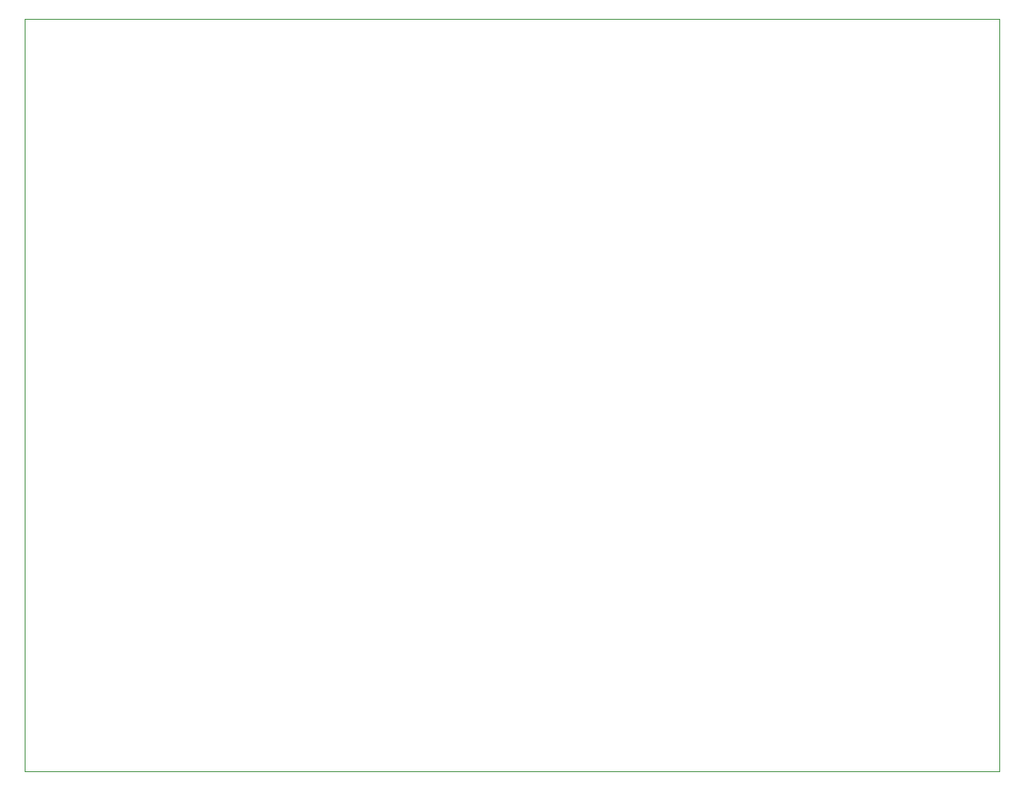
<source format=gbr>
%TF.GenerationSoftware,KiCad,Pcbnew,(5.1.9-0-10_14)*%
%TF.CreationDate,2021-04-26T00:09:41-04:00*%
%TF.ProjectId,randall-LM358-5-12V-amp,72616e64-616c-46c2-9d4c-4d3335382d35,rev?*%
%TF.SameCoordinates,PX4f16d38PY3a51524*%
%TF.FileFunction,Legend,Bot*%
%TF.FilePolarity,Positive*%
%FSLAX46Y46*%
G04 Gerber Fmt 4.6, Leading zero omitted, Abs format (unit mm)*
G04 Created by KiCad (PCBNEW (5.1.9-0-10_14)) date 2021-04-26 00:09:41*
%MOMM*%
%LPD*%
G01*
G04 APERTURE LIST*
%TA.AperFunction,Profile*%
%ADD10C,0.100000*%
%TD*%
G04 APERTURE END LIST*
D10*
X99949000Y1460500D02*
X99949000Y-76009500D01*
X-381000Y1460500D02*
X99949000Y1460500D01*
X-381000Y-76009500D02*
X-381000Y1460500D01*
X99949000Y-76009500D02*
X-381000Y-76009500D01*
M02*

</source>
